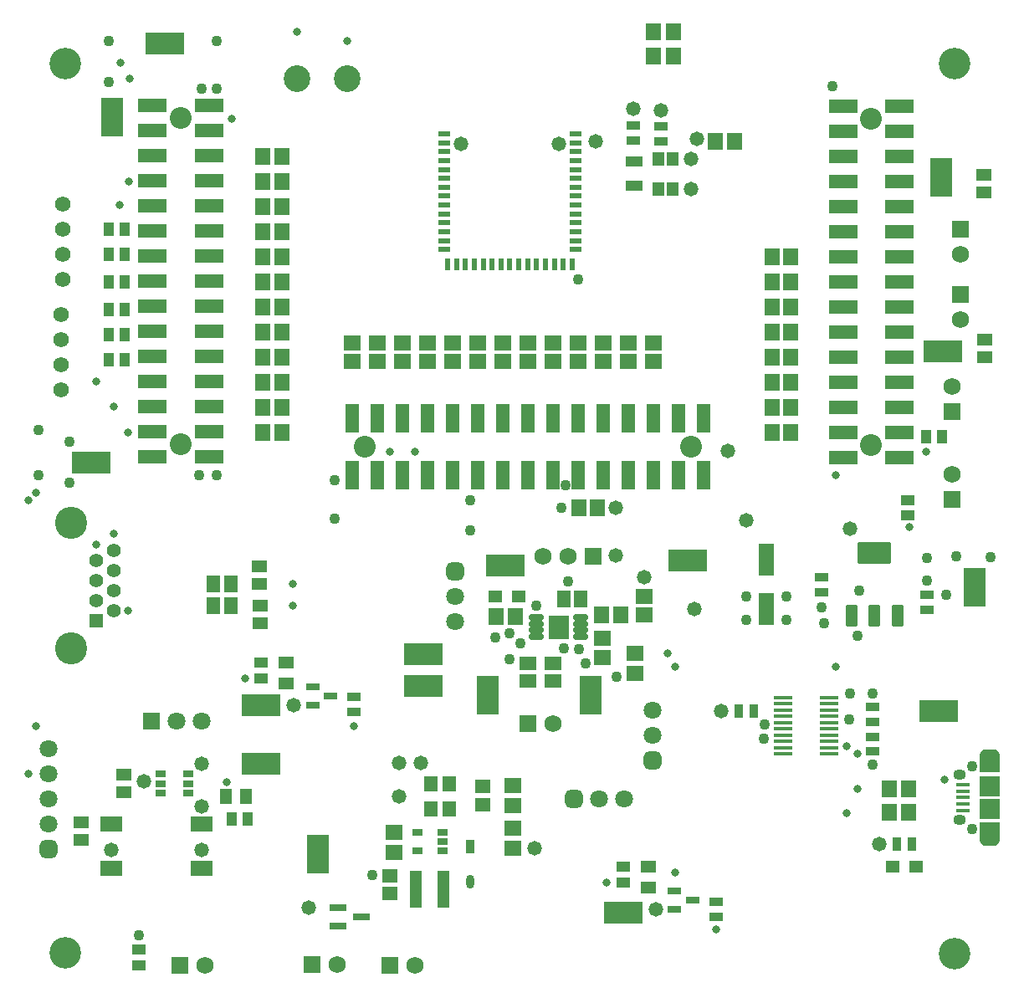
<source format=gts>
G04*
G04 #@! TF.GenerationSoftware,Altium Limited,Altium Designer,23.7.1 (13)*
G04*
G04 Layer_Color=8388736*
%FSLAX43Y43*%
%MOMM*%
G71*
G04*
G04 #@! TF.SameCoordinates,7FBB53E4-5163-4D6D-B0BA-52333DB4A2EE*
G04*
G04*
G04 #@! TF.FilePolarity,Negative*
G04*
G01*
G75*
%ADD29R,0.610X1.270*%
%ADD30R,1.270X0.610*%
%ADD36R,1.350X0.950*%
%ADD42R,0.950X1.350*%
%ADD45R,1.600X3.200*%
G04:AMPARAMS|DCode=55|XSize=1.408mm|YSize=0.822mm|CornerRadius=0.411mm|HoleSize=0mm|Usage=FLASHONLY|Rotation=270.000|XOffset=0mm|YOffset=0mm|HoleType=Round|Shape=RoundedRectangle|*
%AMROUNDEDRECTD55*
21,1,1.408,0.000,0,0,270.0*
21,1,0.586,0.822,0,0,270.0*
1,1,0.822,0.000,-0.293*
1,1,0.822,0.000,0.293*
1,1,0.822,0.000,0.293*
1,1,0.822,0.000,-0.293*
%
%ADD55ROUNDEDRECTD55*%
%ADD56R,0.822X1.408*%
%ADD58R,1.194X3.708*%
G04:AMPARAMS|DCode=59|XSize=1.1mm|YSize=0.6mm|CornerRadius=0.051mm|HoleSize=0mm|Usage=FLASHONLY|Rotation=180.000|XOffset=0mm|YOffset=0mm|HoleType=Round|Shape=RoundedRectangle|*
%AMROUNDEDRECTD59*
21,1,1.100,0.498,0,0,180.0*
21,1,0.998,0.600,0,0,180.0*
1,1,0.102,-0.499,0.249*
1,1,0.102,0.499,0.249*
1,1,0.102,0.499,-0.249*
1,1,0.102,-0.499,-0.249*
%
%ADD59ROUNDEDRECTD59*%
%ADD60R,1.800X1.000*%
%ADD64R,4.003X2.233*%
%ADD65R,1.703X1.603*%
%ADD66R,2.233X4.003*%
%ADD67R,2.053X2.353*%
%ADD68O,1.553X0.703*%
%ADD69R,1.603X1.703*%
%ADD70R,1.379X0.429*%
%ADD71R,2.103X2.003*%
%ADD72O,1.965X0.415*%
%ADD73R,1.226X1.426*%
%ADD74R,1.576X1.676*%
%ADD75R,1.676X1.576*%
G04:AMPARAMS|DCode=76|XSize=0.691mm|YSize=1.091mm|CornerRadius=0.097mm|HoleSize=0mm|Usage=FLASHONLY|Rotation=90.000|XOffset=0mm|YOffset=0mm|HoleType=Round|Shape=RoundedRectangle|*
%AMROUNDEDRECTD76*
21,1,0.691,0.898,0,0,90.0*
21,1,0.498,1.091,0,0,90.0*
1,1,0.193,0.449,0.249*
1,1,0.193,0.449,-0.249*
1,1,0.193,-0.449,-0.249*
1,1,0.193,-0.449,0.249*
%
%ADD76ROUNDEDRECTD76*%
%ADD77R,1.653X0.803*%
%ADD78R,2.993X1.473*%
%ADD79R,1.003X1.453*%
%ADD80R,1.453X1.003*%
%ADD81R,1.353X1.653*%
%ADD82R,1.553X1.203*%
G04:AMPARAMS|DCode=83|XSize=1.203mm|YSize=2.253mm|CornerRadius=0.152mm|HoleSize=0mm|Usage=FLASHONLY|Rotation=180.000|XOffset=0mm|YOffset=0mm|HoleType=Round|Shape=RoundedRectangle|*
%AMROUNDEDRECTD83*
21,1,1.203,1.950,0,0,180.0*
21,1,0.900,2.253,0,0,180.0*
1,1,0.303,-0.450,0.975*
1,1,0.303,0.450,0.975*
1,1,0.303,0.450,-0.975*
1,1,0.303,-0.450,-0.975*
%
%ADD83ROUNDEDRECTD83*%
G04:AMPARAMS|DCode=84|XSize=3.453mm|YSize=2.253mm|CornerRadius=0.153mm|HoleSize=0mm|Usage=FLASHONLY|Rotation=180.000|XOffset=0mm|YOffset=0mm|HoleType=Round|Shape=RoundedRectangle|*
%AMROUNDEDRECTD84*
21,1,3.453,1.948,0,0,180.0*
21,1,3.148,2.253,0,0,180.0*
1,1,0.306,-1.574,0.974*
1,1,0.306,1.574,0.974*
1,1,0.306,1.574,-0.974*
1,1,0.306,-1.574,-0.974*
%
%ADD84ROUNDEDRECTD84*%
%ADD85R,1.553X1.753*%
%ADD86R,1.473X2.993*%
%ADD87R,1.403X0.803*%
%ADD88R,1.503X1.303*%
%ADD89R,1.303X1.503*%
%ADD90R,2.303X1.603*%
%ADD91R,1.353X1.203*%
%ADD92R,1.653X1.353*%
%ADD93R,1.603X1.403*%
%ADD94R,1.403X1.603*%
%ADD95R,1.603X1.753*%
%ADD96R,1.753X1.603*%
%ADD97R,2.103X1.778*%
G04:AMPARAMS|DCode=98|XSize=1.803mm|YSize=1.803mm|CornerRadius=0.502mm|HoleSize=0mm|Usage=FLASHONLY|Rotation=90.000|XOffset=0mm|YOffset=0mm|HoleType=Round|Shape=RoundedRectangle|*
%AMROUNDEDRECTD98*
21,1,1.803,0.800,0,0,90.0*
21,1,0.800,1.803,0,0,90.0*
1,1,1.003,0.400,0.400*
1,1,1.003,0.400,-0.400*
1,1,1.003,-0.400,-0.400*
1,1,1.003,-0.400,0.400*
%
%ADD98ROUNDEDRECTD98*%
%ADD99C,1.803*%
%ADD100C,1.753*%
%ADD101R,1.753X1.753*%
%ADD102C,1.575*%
%ADD103C,2.703*%
%ADD104O,1.279X1.079*%
%ADD105O,2.103X1.403*%
%ADD106R,1.803X1.803*%
%ADD107C,2.203*%
%ADD108R,1.753X1.753*%
%ADD109C,3.250*%
%ADD110R,1.390X1.390*%
%ADD111C,1.390*%
G04:AMPARAMS|DCode=112|XSize=1.803mm|YSize=1.803mm|CornerRadius=0.502mm|HoleSize=0mm|Usage=FLASHONLY|Rotation=0.000|XOffset=0mm|YOffset=0mm|HoleType=Round|Shape=RoundedRectangle|*
%AMROUNDEDRECTD112*
21,1,1.803,0.800,0,0,0.0*
21,1,0.800,1.803,0,0,0.0*
1,1,1.003,0.400,-0.400*
1,1,1.003,-0.400,-0.400*
1,1,1.003,-0.400,0.400*
1,1,1.003,0.400,0.400*
%
%ADD112ROUNDEDRECTD112*%
%ADD113C,3.203*%
%ADD114C,0.838*%
%ADD115C,0.813*%
%ADD116C,1.092*%
%ADD117C,1.103*%
%ADD118C,0.803*%
%ADD119C,1.473*%
D29*
X43690Y74676D02*
D03*
X44590D02*
D03*
X45490D02*
D03*
X46390D02*
D03*
X47300D02*
D03*
X48200D02*
D03*
X49100D02*
D03*
X50000D02*
D03*
X50900D02*
D03*
X51800D02*
D03*
X52710D02*
D03*
X53610D02*
D03*
X54510D02*
D03*
X55410D02*
D03*
X56310D02*
D03*
D30*
X43381Y87865D02*
D03*
Y86965D02*
D03*
Y86065D02*
D03*
Y85165D02*
D03*
Y84255D02*
D03*
Y83355D02*
D03*
Y82455D02*
D03*
Y81555D02*
D03*
Y80655D02*
D03*
Y79755D02*
D03*
Y78845D02*
D03*
Y77945D02*
D03*
Y77045D02*
D03*
Y76145D02*
D03*
X56619D02*
D03*
Y77045D02*
D03*
Y77945D02*
D03*
Y78845D02*
D03*
Y79755D02*
D03*
Y80655D02*
D03*
Y81555D02*
D03*
Y82455D02*
D03*
Y83355D02*
D03*
Y84255D02*
D03*
Y85165D02*
D03*
Y86065D02*
D03*
Y86965D02*
D03*
Y87865D02*
D03*
D36*
X65278Y88634D02*
D03*
Y87134D02*
D03*
X92246Y39710D02*
D03*
Y41210D02*
D03*
X81578Y42988D02*
D03*
Y41488D02*
D03*
X34229Y29353D02*
D03*
Y30853D02*
D03*
X70876Y8618D02*
D03*
Y10118D02*
D03*
X86675Y28333D02*
D03*
Y29833D02*
D03*
Y26848D02*
D03*
Y25348D02*
D03*
X62484Y87191D02*
D03*
Y88691D02*
D03*
D42*
X90666Y16002D02*
D03*
X89166D02*
D03*
X74652Y29464D02*
D03*
X73152D02*
D03*
D45*
X75990Y39738D02*
D03*
Y44738D02*
D03*
D55*
X45974Y12190D02*
D03*
D56*
Y15750D02*
D03*
D58*
X43307Y11430D02*
D03*
X40513D02*
D03*
D59*
X40610Y15306D02*
D03*
Y17206D02*
D03*
X43210D02*
D03*
Y16256D02*
D03*
Y15306D02*
D03*
D60*
X62611Y85070D02*
D03*
Y82570D02*
D03*
D64*
X15037Y97003D02*
D03*
X49530Y44196D02*
D03*
X7620Y54610D02*
D03*
X93409Y29464D02*
D03*
X67996Y44722D02*
D03*
X41275Y32004D02*
D03*
X24831Y24133D02*
D03*
X93828Y65811D02*
D03*
X41275Y35225D02*
D03*
X61478Y9048D02*
D03*
X24831Y29999D02*
D03*
D65*
X62662Y33290D02*
D03*
X62662Y35290D02*
D03*
X50292Y15580D02*
D03*
Y17580D02*
D03*
Y19898D02*
D03*
Y21898D02*
D03*
X38319Y17158D02*
D03*
Y15158D02*
D03*
D66*
X9779Y89535D02*
D03*
X30593Y14989D02*
D03*
X97028Y41935D02*
D03*
X93624Y83439D02*
D03*
X58166Y31064D02*
D03*
X47752D02*
D03*
D67*
X54915Y37948D02*
D03*
D68*
X57140Y36973D02*
D03*
Y37623D02*
D03*
Y38273D02*
D03*
Y38923D02*
D03*
X52690Y36973D02*
D03*
Y37623D02*
D03*
Y38273D02*
D03*
Y38923D02*
D03*
D69*
X66532Y98171D02*
D03*
X64532Y98171D02*
D03*
X66532Y95758D02*
D03*
X64532Y95758D02*
D03*
X61261Y39192D02*
D03*
X59261Y39192D02*
D03*
D70*
X95877Y21344D02*
D03*
Y20694D02*
D03*
Y21994D02*
D03*
Y20044D02*
D03*
Y19394D02*
D03*
D71*
X98552Y19544D02*
D03*
Y21844D02*
D03*
D72*
X77685Y30798D02*
D03*
Y30163D02*
D03*
Y29528D02*
D03*
Y28892D02*
D03*
Y28257D02*
D03*
Y27622D02*
D03*
Y26987D02*
D03*
Y26353D02*
D03*
Y25718D02*
D03*
Y25083D02*
D03*
X82335Y30798D02*
D03*
Y30163D02*
D03*
Y29528D02*
D03*
Y28892D02*
D03*
Y28257D02*
D03*
Y27622D02*
D03*
Y26987D02*
D03*
Y26353D02*
D03*
Y25718D02*
D03*
Y25083D02*
D03*
D73*
X66511Y85344D02*
D03*
X65061D02*
D03*
Y82296D02*
D03*
X66511D02*
D03*
D74*
X58862Y50038D02*
D03*
X56962D02*
D03*
X50543Y38991D02*
D03*
X48643D02*
D03*
D75*
X59398Y34896D02*
D03*
Y36796D02*
D03*
X63602Y39161D02*
D03*
Y41061D02*
D03*
D76*
X17416Y23051D02*
D03*
Y22101D02*
D03*
Y21151D02*
D03*
X14666D02*
D03*
Y22101D02*
D03*
Y23051D02*
D03*
D77*
X32607Y7686D02*
D03*
X34957Y8636D02*
D03*
X32607Y9586D02*
D03*
D78*
X19558Y55145D02*
D03*
X13848D02*
D03*
X19558Y57685D02*
D03*
X13848D02*
D03*
X19558Y60225D02*
D03*
X13848D02*
D03*
X19558Y62765D02*
D03*
X13848D02*
D03*
X19558Y65305D02*
D03*
X13848D02*
D03*
X19558Y67845D02*
D03*
X13848D02*
D03*
X19558Y70385D02*
D03*
X13848D02*
D03*
X19558Y72925D02*
D03*
Y75465D02*
D03*
Y78005D02*
D03*
Y80545D02*
D03*
X13848D02*
D03*
X19558Y83085D02*
D03*
X13848D02*
D03*
X19558Y85625D02*
D03*
X13848D02*
D03*
X19558Y88165D02*
D03*
X13848D02*
D03*
X19558Y90705D02*
D03*
X13848Y75465D02*
D03*
Y72925D02*
D03*
Y78005D02*
D03*
Y90705D02*
D03*
X89420Y55118D02*
D03*
X83710D02*
D03*
X89420Y57658D02*
D03*
X83710D02*
D03*
X89420Y60198D02*
D03*
X83710D02*
D03*
X89420Y62738D02*
D03*
X83710D02*
D03*
X89420Y65278D02*
D03*
X83710D02*
D03*
X89420Y67818D02*
D03*
X83710D02*
D03*
X89420Y70358D02*
D03*
X83710D02*
D03*
X89420Y72898D02*
D03*
Y75438D02*
D03*
Y77978D02*
D03*
Y80518D02*
D03*
X83710D02*
D03*
X89420Y83058D02*
D03*
X83710D02*
D03*
X89420Y85598D02*
D03*
X83710D02*
D03*
X89420Y88138D02*
D03*
X83710D02*
D03*
X89420Y90678D02*
D03*
X83710Y75438D02*
D03*
Y72898D02*
D03*
Y77978D02*
D03*
Y90678D02*
D03*
D79*
X92113Y57252D02*
D03*
X93713D02*
D03*
X9395Y64961D02*
D03*
X10995D02*
D03*
X9433Y67501D02*
D03*
X11033D02*
D03*
X9433Y70041D02*
D03*
X11033D02*
D03*
X9436Y78232D02*
D03*
X11036D02*
D03*
X9436Y75692D02*
D03*
X11036D02*
D03*
X9436Y72898D02*
D03*
X11036D02*
D03*
X21845Y18545D02*
D03*
X23445D02*
D03*
D80*
X90221Y49213D02*
D03*
Y50813D02*
D03*
X61478Y13658D02*
D03*
Y12058D02*
D03*
X12446Y3690D02*
D03*
Y5290D02*
D03*
X24831Y34321D02*
D03*
Y32721D02*
D03*
D81*
X57190Y40785D02*
D03*
X55440D02*
D03*
X21741Y42280D02*
D03*
X19991D02*
D03*
X21741Y40132D02*
D03*
X19991D02*
D03*
D82*
X24765Y40143D02*
D03*
Y38343D02*
D03*
X24638Y42280D02*
D03*
Y44080D02*
D03*
X6643Y16375D02*
D03*
Y18175D02*
D03*
X98044Y65256D02*
D03*
Y67056D02*
D03*
X97993Y83704D02*
D03*
Y81904D02*
D03*
X10961Y23001D02*
D03*
Y21201D02*
D03*
D83*
X84612Y39063D02*
D03*
X86912D02*
D03*
X89212D02*
D03*
D84*
X86912Y45413D02*
D03*
D85*
X88433Y19208D02*
D03*
X90383D02*
D03*
X88437Y21598D02*
D03*
X90387D02*
D03*
D86*
X69596Y59050D02*
D03*
Y53340D02*
D03*
X67056Y59050D02*
D03*
Y53340D02*
D03*
X64516Y59050D02*
D03*
Y53340D02*
D03*
X61976Y59050D02*
D03*
Y53340D02*
D03*
X59436Y59050D02*
D03*
Y53340D02*
D03*
X56896Y59050D02*
D03*
Y53340D02*
D03*
X54356Y59050D02*
D03*
Y53340D02*
D03*
X51816Y59050D02*
D03*
X49276D02*
D03*
X46736D02*
D03*
X44196D02*
D03*
Y53340D02*
D03*
X41656Y59050D02*
D03*
Y53340D02*
D03*
X39116Y59050D02*
D03*
Y53340D02*
D03*
X36576Y59050D02*
D03*
Y53340D02*
D03*
X34036Y59050D02*
D03*
X49276Y53340D02*
D03*
X51816D02*
D03*
X46736D02*
D03*
X34036D02*
D03*
D87*
X68474Y10318D02*
D03*
X66674Y9368D02*
D03*
Y11268D02*
D03*
X31827Y30981D02*
D03*
X30027Y30031D02*
D03*
Y31931D02*
D03*
D88*
X64018Y11554D02*
D03*
Y13654D02*
D03*
X27371Y32217D02*
D03*
Y34317D02*
D03*
D89*
X23319Y20831D02*
D03*
X21219D02*
D03*
D90*
X18791Y18037D02*
D03*
X9691D02*
D03*
X18791Y13537D02*
D03*
X9691D02*
D03*
D91*
X50904Y41061D02*
D03*
X48554D02*
D03*
X88741Y13716D02*
D03*
X91091D02*
D03*
D92*
X54356Y34225D02*
D03*
Y32475D02*
D03*
X51816Y34225D02*
D03*
Y32475D02*
D03*
D93*
X47244Y21798D02*
D03*
Y19998D02*
D03*
X37846Y12804D02*
D03*
Y11004D02*
D03*
D94*
X42026Y22098D02*
D03*
X43826D02*
D03*
X42026Y19558D02*
D03*
X43826D02*
D03*
D95*
X70812Y87122D02*
D03*
X72712D02*
D03*
X26924Y57658D02*
D03*
X25024D02*
D03*
Y60198D02*
D03*
X26924D02*
D03*
Y62738D02*
D03*
X25024D02*
D03*
Y65278D02*
D03*
X26924D02*
D03*
X25024Y67818D02*
D03*
X26924D02*
D03*
X25024Y70358D02*
D03*
X26924D02*
D03*
X26924Y72898D02*
D03*
X25024D02*
D03*
X26924Y75438D02*
D03*
X25024D02*
D03*
X26924Y77978D02*
D03*
X25024D02*
D03*
X26924Y80518D02*
D03*
X25024D02*
D03*
X26924Y83058D02*
D03*
X25024D02*
D03*
X26924Y85598D02*
D03*
X25024D02*
D03*
X78420Y57658D02*
D03*
X76520D02*
D03*
X78420Y60198D02*
D03*
X76520D02*
D03*
X78420Y62738D02*
D03*
X76520D02*
D03*
X78420Y65278D02*
D03*
X76520D02*
D03*
X78420Y67818D02*
D03*
X76520D02*
D03*
X78420Y70358D02*
D03*
X76520D02*
D03*
X78420Y72898D02*
D03*
X76520D02*
D03*
X78420Y75438D02*
D03*
X76520D02*
D03*
D96*
X34036Y66736D02*
D03*
Y64836D02*
D03*
X36576Y66736D02*
D03*
Y64836D02*
D03*
X39116Y66736D02*
D03*
Y64836D02*
D03*
X41656Y66736D02*
D03*
Y64836D02*
D03*
X44196Y66736D02*
D03*
Y64836D02*
D03*
X46736Y66736D02*
D03*
Y64836D02*
D03*
X64516Y64836D02*
D03*
Y66736D02*
D03*
X61976Y64836D02*
D03*
Y66736D02*
D03*
X59436Y64836D02*
D03*
Y66736D02*
D03*
X56896Y64836D02*
D03*
Y66736D02*
D03*
X54340Y64836D02*
D03*
Y66736D02*
D03*
X49276Y64836D02*
D03*
Y66736D02*
D03*
X51816Y64836D02*
D03*
Y66736D02*
D03*
D97*
X98552Y24081D02*
D03*
X98552Y17307D02*
D03*
D98*
X64402Y24460D02*
D03*
X3302Y15497D02*
D03*
X44450Y43601D02*
D03*
D99*
X64402Y27000D02*
D03*
Y29540D02*
D03*
X18796Y28448D02*
D03*
X16256D02*
D03*
X3302Y20577D02*
D03*
Y18037D02*
D03*
Y23117D02*
D03*
Y25657D02*
D03*
X44450Y38521D02*
D03*
Y41061D02*
D03*
X61595Y20574D02*
D03*
X59055D02*
D03*
D100*
X32512Y3759D02*
D03*
X54356Y28194D02*
D03*
X53340Y45085D02*
D03*
X55880D02*
D03*
X19177Y3683D02*
D03*
X94742Y62255D02*
D03*
Y53391D02*
D03*
X95631Y69088D02*
D03*
Y75692D02*
D03*
X40424Y3742D02*
D03*
D101*
X29972Y3759D02*
D03*
X51816Y28194D02*
D03*
X58420Y45085D02*
D03*
X16637Y3683D02*
D03*
X37884Y3742D02*
D03*
D102*
X4572Y61951D02*
D03*
Y64491D02*
D03*
Y67031D02*
D03*
Y69571D02*
D03*
X4724Y73152D02*
D03*
Y75692D02*
D03*
Y78232D02*
D03*
Y80772D02*
D03*
D103*
X28473Y93421D02*
D03*
X33553D02*
D03*
D104*
X95552Y18420D02*
D03*
Y22968D02*
D03*
D105*
X98552Y24869D02*
D03*
Y16519D02*
D03*
D106*
X13716Y28448D02*
D03*
D107*
X16703Y56415D02*
D03*
Y89435D02*
D03*
X68326Y56195D02*
D03*
X35306D02*
D03*
X86565Y56388D02*
D03*
Y89408D02*
D03*
D108*
X94742Y59715D02*
D03*
Y50851D02*
D03*
X95631Y71628D02*
D03*
Y78232D02*
D03*
D109*
X5555Y48514D02*
D03*
Y35814D02*
D03*
D110*
X8095Y38608D02*
D03*
D111*
X9873Y39624D02*
D03*
X8095Y40640D02*
D03*
X9873Y41656D02*
D03*
X8095Y42672D02*
D03*
X9873Y43688D02*
D03*
X8095Y44704D02*
D03*
X9873Y45720D02*
D03*
D112*
X56515Y20574D02*
D03*
D113*
X95000Y4858D02*
D03*
X5000Y5000D02*
D03*
X95000Y95000D02*
D03*
X5000D02*
D03*
D114*
X65939Y35306D02*
D03*
D115*
X54356Y38608D02*
D03*
Y37287D02*
D03*
X55474D02*
D03*
Y38608D02*
D03*
X10566Y95072D02*
D03*
D116*
X60808Y32893D02*
D03*
X56998Y35738D02*
D03*
X32258Y48895D02*
D03*
X45974Y50800D02*
D03*
X32258Y52832D02*
D03*
D117*
X57658Y34290D02*
D03*
X20320Y97282D02*
D03*
X55499Y35814D02*
D03*
X12446Y6731D02*
D03*
X9398Y93091D02*
D03*
X56896Y73152D02*
D03*
X5385Y52578D02*
D03*
X5461Y56744D02*
D03*
X55245Y50038D02*
D03*
X55626Y52324D02*
D03*
X55880Y42545D02*
D03*
X98654Y45060D02*
D03*
X50000Y37288D02*
D03*
X36068Y12827D02*
D03*
X75819Y28092D02*
D03*
X75717Y26619D02*
D03*
X84328Y28575D02*
D03*
X86741Y31242D02*
D03*
Y24003D02*
D03*
X96774Y17526D02*
D03*
Y23876D02*
D03*
X81788Y38354D02*
D03*
X9398Y97282D02*
D03*
X2286Y53340D02*
D03*
Y57912D02*
D03*
X20320Y92456D02*
D03*
X18796D02*
D03*
X20320Y53340D02*
D03*
X18542D02*
D03*
X82677Y92710D02*
D03*
X95174Y45110D02*
D03*
X92246Y44958D02*
D03*
X94194Y41210D02*
D03*
X92246Y42672D02*
D03*
X85199Y37084D02*
D03*
X85344Y41656D02*
D03*
X81578Y39911D02*
D03*
X77978Y41061D02*
D03*
Y38675D02*
D03*
X73914D02*
D03*
Y41061D02*
D03*
X52705Y40132D02*
D03*
X51079Y36322D02*
D03*
X48554Y36875D02*
D03*
X50000Y34721D02*
D03*
X45974Y47752D02*
D03*
X84412Y31242D02*
D03*
D118*
X11557Y93421D02*
D03*
X28448Y98171D02*
D03*
X66736Y33927D02*
D03*
X82982Y33960D02*
D03*
X33528Y97282D02*
D03*
X10541Y80645D02*
D03*
X11430Y83058D02*
D03*
X28067Y42291D02*
D03*
Y40132D02*
D03*
X21819Y89408D02*
D03*
X21336Y22225D02*
D03*
X2032Y51562D02*
D03*
Y27940D02*
D03*
X1270Y50800D02*
D03*
X1295Y23114D02*
D03*
X9873Y47351D02*
D03*
X34229Y27915D02*
D03*
X23241Y32715D02*
D03*
X11379Y57658D02*
D03*
X8128Y62765D02*
D03*
X9906Y60225D02*
D03*
X8095Y46270D02*
D03*
X11320Y39624D02*
D03*
X92126Y55677D02*
D03*
X90449Y48057D02*
D03*
X40386Y55678D02*
D03*
X70891Y7366D02*
D03*
X59753Y12058D02*
D03*
X82982Y53340D02*
D03*
X66700Y13106D02*
D03*
X37846Y55678D02*
D03*
X93980Y22503D02*
D03*
X85199Y21599D02*
D03*
X84090Y25908D02*
D03*
X85199Y25083D02*
D03*
X84074Y19144D02*
D03*
D119*
X68656Y39751D02*
D03*
X73914Y48768D02*
D03*
X72033Y55753D02*
D03*
X68961Y87376D02*
D03*
X68326Y85344D02*
D03*
X45085Y86868D02*
D03*
X63602Y43002D02*
D03*
X58674Y87122D02*
D03*
X62484Y90379D02*
D03*
X65278Y90252D02*
D03*
X54991Y86850D02*
D03*
X84412Y47901D02*
D03*
X71362Y29464D02*
D03*
X18791Y15405D02*
D03*
X9691D02*
D03*
X12954Y22313D02*
D03*
X87376Y16002D02*
D03*
X68326Y82296D02*
D03*
X29602Y9586D02*
D03*
X38746Y20828D02*
D03*
Y24155D02*
D03*
X40945D02*
D03*
X52540Y15566D02*
D03*
X60706Y50038D02*
D03*
Y45212D02*
D03*
X64780Y9368D02*
D03*
X18791Y24133D02*
D03*
Y19815D02*
D03*
X28133Y29999D02*
D03*
M02*

</source>
